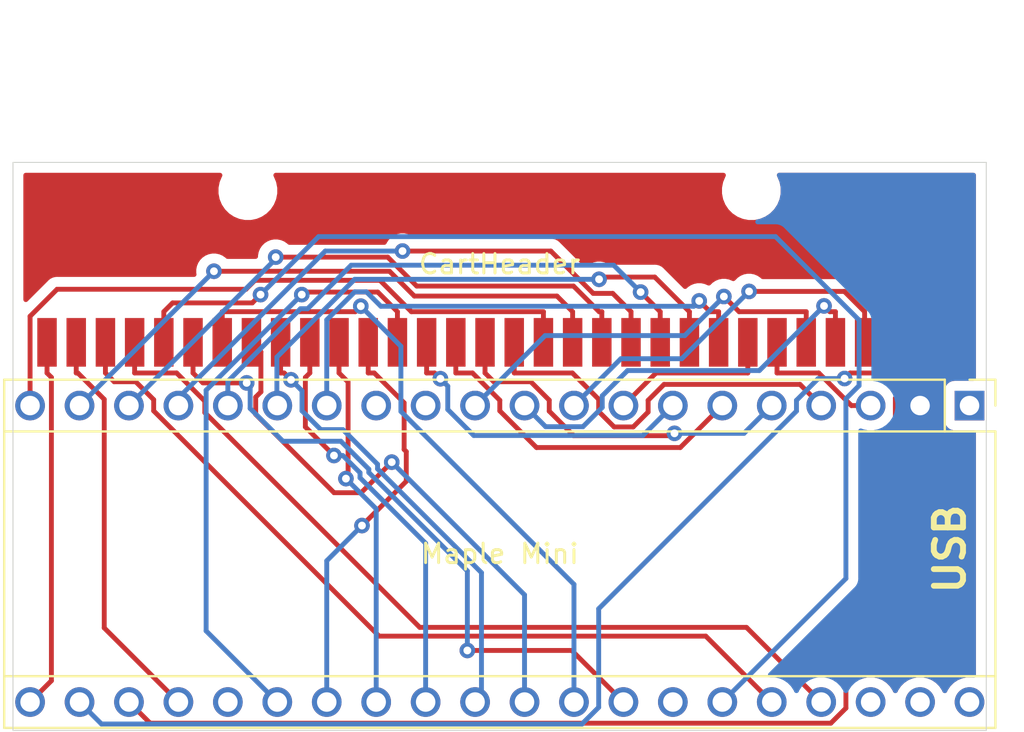
<source format=kicad_pcb>
(kicad_pcb (version 20171130) (host pcbnew "(5.1.2)-2")

  (general
    (thickness 1.6)
    (drawings 5)
    (tracks 272)
    (zones 0)
    (modules 2)
    (nets 41)
  )

  (page A4)
  (layers
    (0 F.Cu signal)
    (31 B.Cu signal)
    (32 B.Adhes user)
    (33 F.Adhes user)
    (34 B.Paste user)
    (35 F.Paste user)
    (36 B.SilkS user)
    (37 F.SilkS user)
    (38 B.Mask user)
    (39 F.Mask user)
    (40 Dwgs.User user)
    (41 Cmts.User user)
    (42 Eco1.User user)
    (43 Eco2.User user)
    (44 Edge.Cuts user)
    (45 Margin user)
    (46 B.CrtYd user)
    (47 F.CrtYd user)
    (48 B.Fab user)
    (49 F.Fab user)
  )

  (setup
    (last_trace_width 0.25)
    (trace_clearance 0.2)
    (zone_clearance 0.508)
    (zone_45_only no)
    (trace_min 0.2)
    (via_size 0.8)
    (via_drill 0.4)
    (via_min_size 0.4)
    (via_min_drill 0.3)
    (uvia_size 0.3)
    (uvia_drill 0.1)
    (uvias_allowed no)
    (uvia_min_size 0.2)
    (uvia_min_drill 0.1)
    (edge_width 0.05)
    (segment_width 0.2)
    (pcb_text_width 0.3)
    (pcb_text_size 1.5 1.5)
    (mod_edge_width 0.12)
    (mod_text_size 1 1)
    (mod_text_width 0.15)
    (pad_size 1.524 1.524)
    (pad_drill 0.762)
    (pad_to_mask_clearance 0.051)
    (solder_mask_min_width 0.25)
    (aux_axis_origin 0 0)
    (visible_elements 7FFFEFFF)
    (pcbplotparams
      (layerselection 0x010fc_ffffffff)
      (usegerberextensions false)
      (usegerberattributes false)
      (usegerberadvancedattributes false)
      (creategerberjobfile false)
      (excludeedgelayer true)
      (linewidth 0.100000)
      (plotframeref false)
      (viasonmask false)
      (mode 1)
      (useauxorigin false)
      (hpglpennumber 1)
      (hpglpenspeed 20)
      (hpglpendiameter 15.000000)
      (psnegative false)
      (psa4output false)
      (plotreference true)
      (plotvalue true)
      (plotinvisibletext false)
      (padsonsilk false)
      (subtractmaskfromsilk false)
      (outputformat 1)
      (mirror false)
      (drillshape 0)
      (scaleselection 1)
      (outputdirectory "Gerbers/"))
  )

  (net 0 "")
  (net 1 "Net-(A1-Pad1)")
  (net 2 GND)
  (net 3 D32-boot0)
  (net 4 M15)
  (net 5 M16)
  (net 6 M17)
  (net 7 M18)
  (net 8 M19)
  (net 9 M20)
  (net 10 M21)
  (net 11 M22)
  (net 12 "Net-(A1-Pad12)")
  (net 13 "Net-(A1-Pad13)")
  (net 14 M25)
  (net 15 M26)
  (net 16 M27)
  (net 17 M28)
  (net 18 M29)
  (net 19 M30)
  (net 20 M31)
  (net 21 VIN)
  (net 22 M0)
  (net 23 M1)
  (net 24 D2-boot1)
  (net 25 "Net-(A1-Pad25)")
  (net 26 M4)
  (net 27 M5)
  (net 28 M6)
  (net 29 M7)
  (net 30 M8)
  (net 31 M9)
  (net 32 M10)
  (net 33 M11)
  (net 34 "Net-(A1-Pad34)")
  (net 35 M12)
  (net 36 M13)
  (net 37 M14)
  (net 38 "Net-(A1-Pad38)")
  (net 39 "Net-(A1-Pad39)")
  (net 40 "Net-(A1-Pad40)")

  (net_class Default "This is the default net class."
    (clearance 0.2)
    (trace_width 0.25)
    (via_dia 0.8)
    (via_drill 0.4)
    (uvia_dia 0.3)
    (uvia_drill 0.1)
    (add_net D2-boot1)
    (add_net D32-boot0)
    (add_net GND)
    (add_net M0)
    (add_net M1)
    (add_net M10)
    (add_net M11)
    (add_net M12)
    (add_net M13)
    (add_net M14)
    (add_net M15)
    (add_net M16)
    (add_net M17)
    (add_net M18)
    (add_net M19)
    (add_net M20)
    (add_net M21)
    (add_net M22)
    (add_net M25)
    (add_net M26)
    (add_net M27)
    (add_net M28)
    (add_net M29)
    (add_net M30)
    (add_net M31)
    (add_net M4)
    (add_net M5)
    (add_net M6)
    (add_net M7)
    (add_net M8)
    (add_net M9)
    (add_net "Net-(A1-Pad1)")
    (add_net "Net-(A1-Pad12)")
    (add_net "Net-(A1-Pad13)")
    (add_net "Net-(A1-Pad25)")
    (add_net "Net-(A1-Pad34)")
    (add_net "Net-(A1-Pad38)")
    (add_net "Net-(A1-Pad39)")
    (add_net "Net-(A1-Pad40)")
    (add_net VIN)
  )

  (module Module:Maple_Mini (layer F.Cu) (tedit 5E4423F9) (tstamp 5E29C818)
    (at 190.017 78.888 270)
    (descr "Maple Mini, http://docs.leaflabs.com/static.leaflabs.com/pub/leaflabs/maple-docs/0.0.12/hardware/maple-mini.html")
    (tags "Maple Mini")
    (path /5E2FBB54)
    (fp_text reference "Maple Mini" (at 7.61798 24.13 180) (layer F.SilkS)
      (effects (font (size 1 1) (thickness 0.15)))
    )
    (fp_text value Maple_Mini (at 7.62 26.035 270) (layer F.Fab)
      (effects (font (size 1 1) (thickness 0.15)))
    )
    (fp_line (start 1.33 -1.33) (end 16.57 -1.33) (layer F.SilkS) (width 0.12))
    (fp_line (start 16.57 49.59) (end -1.33 49.59) (layer F.SilkS) (width 0.12))
    (fp_line (start 3.81 6.604) (end 3.81 -2.54) (layer F.Fab) (width 0.1))
    (fp_line (start 3.81 -2.54) (end 11.43 -2.54) (layer F.Fab) (width 0.1))
    (fp_line (start 11.43 -2.54) (end 11.43 6.604) (layer F.Fab) (width 0.1))
    (fp_line (start -0.635 -1.27) (end 16.51 -1.27) (layer F.Fab) (width 0.1))
    (fp_line (start 16.51 -1.27) (end 16.51 49.53) (layer F.Fab) (width 0.1))
    (fp_line (start 16.51 49.53) (end -1.27 49.53) (layer F.Fab) (width 0.1))
    (fp_line (start -1.27 49.53) (end -1.27 -0.635) (layer F.Fab) (width 0.1))
    (fp_line (start 16.57 -1.33) (end 16.57 49.59) (layer F.SilkS) (width 0.12))
    (fp_line (start -1.33 49.59) (end -1.33 1.27) (layer F.SilkS) (width 0.12))
    (fp_line (start 1.33 -1.33) (end 1.33 49.59) (layer F.SilkS) (width 0.12))
    (fp_line (start 13.91 49.59) (end 13.91 -1.33) (layer F.SilkS) (width 0.12))
    (fp_line (start -1.33 1.27) (end 1.33 1.27) (layer F.SilkS) (width 0.12))
    (fp_line (start -1.52 49.78) (end -1.52 -2.79) (layer F.CrtYd) (width 0.05))
    (fp_line (start -1.52 -2.79) (end 16.76 -2.79) (layer F.CrtYd) (width 0.05))
    (fp_line (start 16.76 -2.79) (end 16.76 49.78) (layer F.CrtYd) (width 0.05))
    (fp_line (start 16.76 49.78) (end -1.52 49.78) (layer F.CrtYd) (width 0.05))
    (fp_line (start 0 -1.33) (end -1.33 -1.33) (layer F.SilkS) (width 0.12))
    (fp_line (start -1.33 -1.33) (end -1.33 0) (layer F.SilkS) (width 0.12))
    (fp_line (start 1.27 -1.27) (end 1.27 49.53) (layer F.Fab) (width 0.1))
    (fp_line (start -1.27 -0.635) (end -0.635 -1.27) (layer F.Fab) (width 0.1))
    (fp_line (start 13.97 -1.27) (end 13.97 49.53) (layer F.Fab) (width 0.1))
    (fp_text user %R (at 7.62 24.13 270) (layer F.Fab)
      (effects (font (size 1 1) (thickness 0.15)))
    )
    (fp_line (start 3.81 6.604) (end 11.43 6.604) (layer F.Fab) (width 0.1))
    (pad 1 thru_hole rect (at 0 0 270) (size 1.524 1.524) (drill 1) (layers *.Cu *.Mask)
      (net 1 "Net-(A1-Pad1)"))
    (pad 2 thru_hole circle (at 0 2.54 270) (size 1.524 1.524) (drill 1) (layers *.Cu *.Mask)
      (net 2 GND))
    (pad 3 thru_hole circle (at 0 5.08 270) (size 1.524 1.524) (drill 1) (layers *.Cu *.Mask)
      (net 3 D32-boot0))
    (pad 4 thru_hole circle (at 0 7.62 270) (size 1.524 1.524) (drill 1) (layers *.Cu *.Mask)
      (net 4 M15))
    (pad 5 thru_hole circle (at 0 10.16 270) (size 1.524 1.524) (drill 1) (layers *.Cu *.Mask)
      (net 5 M16))
    (pad 6 thru_hole circle (at 0 12.7 270) (size 1.524 1.524) (drill 1) (layers *.Cu *.Mask)
      (net 6 M17))
    (pad 7 thru_hole circle (at 0 15.24 270) (size 1.524 1.524) (drill 1) (layers *.Cu *.Mask)
      (net 7 M18))
    (pad 8 thru_hole circle (at 0 17.78 270) (size 1.524 1.524) (drill 1) (layers *.Cu *.Mask)
      (net 8 M19))
    (pad 9 thru_hole circle (at 0 20.32 270) (size 1.524 1.524) (drill 1) (layers *.Cu *.Mask)
      (net 9 M20))
    (pad 10 thru_hole circle (at 0 22.86 270) (size 1.524 1.524) (drill 1) (layers *.Cu *.Mask)
      (net 10 M21))
    (pad 11 thru_hole circle (at 0 25.4 270) (size 1.524 1.524) (drill 1) (layers *.Cu *.Mask)
      (net 11 M22))
    (pad 12 thru_hole circle (at 0 27.94 270) (size 1.524 1.524) (drill 1) (layers *.Cu *.Mask)
      (net 12 "Net-(A1-Pad12)"))
    (pad 13 thru_hole circle (at 0 30.48 270) (size 1.524 1.524) (drill 1) (layers *.Cu *.Mask)
      (net 13 "Net-(A1-Pad13)"))
    (pad 14 thru_hole circle (at 0 33.02 270) (size 1.524 1.524) (drill 1) (layers *.Cu *.Mask)
      (net 14 M25))
    (pad 15 thru_hole circle (at 0 35.56 270) (size 1.524 1.524) (drill 1) (layers *.Cu *.Mask)
      (net 15 M26))
    (pad 16 thru_hole circle (at 0 38.1 270) (size 1.524 1.524) (drill 1) (layers *.Cu *.Mask)
      (net 16 M27))
    (pad 17 thru_hole circle (at 0 40.64 270) (size 1.524 1.524) (drill 1) (layers *.Cu *.Mask)
      (net 17 M28))
    (pad 18 thru_hole circle (at 0 43.18 270) (size 1.524 1.524) (drill 1) (layers *.Cu *.Mask)
      (net 18 M29))
    (pad 19 thru_hole circle (at 0 45.72 270) (size 1.524 1.524) (drill 1) (layers *.Cu *.Mask)
      (net 19 M30))
    (pad 20 thru_hole circle (at 0 48.26 270) (size 1.524 1.524) (drill 1) (layers *.Cu *.Mask)
      (net 20 M31))
    (pad 21 thru_hole circle (at 15.24 48.26 270) (size 1.524 1.524) (drill 1) (layers *.Cu *.Mask)
      (net 21 VIN))
    (pad 22 thru_hole circle (at 15.24 45.72 270) (size 1.524 1.524) (drill 1) (layers *.Cu *.Mask)
      (net 22 M0))
    (pad 23 thru_hole circle (at 15.24 43.18 270) (size 1.524 1.524) (drill 1) (layers *.Cu *.Mask)
      (net 23 M1))
    (pad 24 thru_hole circle (at 15.24 40.64 270) (size 1.524 1.524) (drill 1) (layers *.Cu *.Mask)
      (net 24 D2-boot1))
    (pad 25 thru_hole circle (at 15.24 38.1 270) (size 1.524 1.524) (drill 1) (layers *.Cu *.Mask)
      (net 25 "Net-(A1-Pad25)"))
    (pad 26 thru_hole circle (at 15.24 35.56 270) (size 1.524 1.524) (drill 1) (layers *.Cu *.Mask)
      (net 26 M4))
    (pad 27 thru_hole circle (at 15.24 33.02 270) (size 1.524 1.524) (drill 1) (layers *.Cu *.Mask)
      (net 27 M5))
    (pad 28 thru_hole circle (at 15.24 30.48 270) (size 1.524 1.524) (drill 1) (layers *.Cu *.Mask)
      (net 28 M6))
    (pad 29 thru_hole circle (at 15.24 27.94 270) (size 1.524 1.524) (drill 1) (layers *.Cu *.Mask)
      (net 29 M7))
    (pad 30 thru_hole circle (at 15.24 25.4 270) (size 1.524 1.524) (drill 1) (layers *.Cu *.Mask)
      (net 30 M8))
    (pad 31 thru_hole circle (at 15.24 22.86 270) (size 1.524 1.524) (drill 1) (layers *.Cu *.Mask)
      (net 31 M9))
    (pad 32 thru_hole circle (at 15.24 20.32 270) (size 1.524 1.524) (drill 1) (layers *.Cu *.Mask)
      (net 32 M10))
    (pad 33 thru_hole circle (at 15.24 17.78 270) (size 1.524 1.524) (drill 1) (layers *.Cu *.Mask)
      (net 33 M11))
    (pad 34 thru_hole circle (at 15.24 15.24 270) (size 1.524 1.524) (drill 1) (layers *.Cu *.Mask)
      (net 34 "Net-(A1-Pad34)"))
    (pad 35 thru_hole circle (at 15.24 12.7 270) (size 1.524 1.524) (drill 1) (layers *.Cu *.Mask)
      (net 35 M12))
    (pad 36 thru_hole circle (at 15.24 10.16 270) (size 1.524 1.524) (drill 1) (layers *.Cu *.Mask)
      (net 36 M13))
    (pad 37 thru_hole circle (at 15.24 7.62 270) (size 1.524 1.524) (drill 1) (layers *.Cu *.Mask)
      (net 37 M14))
    (pad 38 thru_hole circle (at 15.24 5.08 270) (size 1.524 1.524) (drill 1) (layers *.Cu *.Mask)
      (net 38 "Net-(A1-Pad38)"))
    (pad 39 thru_hole circle (at 15.24 2.54 270) (size 1.524 1.524) (drill 1) (layers *.Cu *.Mask)
      (net 39 "Net-(A1-Pad39)"))
    (pad 40 thru_hole circle (at 15.24 0 270) (size 1.524 1.524) (drill 1) (layers *.Cu *.Mask)
      (net 40 "Net-(A1-Pad40)"))
    (model ${KISYS3DMOD}/Module.3dshapes/Maple_Mini.wrl
      (at (xyz 0 0 0))
      (scale (xyz 1 1 1))
      (rotate (xyz 0 0 0))
    )
  )

  (module Custom:DSL_Cartridge_Reader_Micro (layer F.Cu) (tedit 5E2F1194) (tstamp 5E29C895)
    (at 165.878 69.8876)
    (descr "GBA DS Lite slots commonly found on aliexpress")
    (tags "gameboy cartridge slot")
    (path /5E0FEE35)
    (attr smd)
    (fp_text reference CartHeader (at 0 1.7272 180) (layer F.SilkS)
      (effects (font (size 1 1) (thickness 0.15)))
    )
    (fp_text value CartBus (at 0 -11) (layer F.Fab)
      (effects (font (size 1 1) (thickness 0.15)))
    )
    (fp_text user %R (at 0 -1) (layer F.Fab)
      (effects (font (size 2 2) (thickness 0.2)))
    )
    (pad "" np_thru_hole circle (at -12.93204 -2.04724) (size 2 2) (drill 2) (layers *.Cu *.Mask))
    (pad "" np_thru_hole circle (at 12.93204 -2.04724) (size 2 2) (drill 2) (layers *.Cu *.Mask))
    (pad 1 smd rect (at -23.25 5.75) (size 1 2.5) (layers F.Cu F.Paste F.Mask)
      (net 21 VIN))
    (pad 15 smd rect (at -2.25 5.75) (size 1 2.5) (layers F.Cu F.Paste F.Mask)
      (net 6 M17))
    (pad 2 smd rect (at -21.75 5.75) (size 1 2.5) (layers F.Cu F.Paste F.Mask)
      (net 24 D2-boot1))
    (pad 3 smd rect (at -20.25 5.75) (size 1 2.5) (layers F.Cu F.Paste F.Mask)
      (net 36 M13))
    (pad 4 smd rect (at -18.75 5.75) (size 1 2.5) (layers F.Cu F.Paste F.Mask)
      (net 37 M14))
    (pad 5 smd rect (at -17.25 5.75) (size 1 2.5) (layers F.Cu F.Paste F.Mask)
      (net 35 M12))
    (pad 6 smd rect (at -15.75 5.75) (size 1 2.5) (layers F.Cu F.Paste F.Mask)
      (net 33 M11))
    (pad 7 smd rect (at -14.25 5.75) (size 1 2.5) (layers F.Cu F.Paste F.Mask)
      (net 32 M10))
    (pad 8 smd rect (at -12.75 5.75) (size 1 2.5) (layers F.Cu F.Paste F.Mask)
      (net 31 M9))
    (pad 9 smd rect (at -11.25 5.75) (size 1 2.5) (layers F.Cu F.Paste F.Mask)
      (net 30 M8))
    (pad 10 smd rect (at -9.75 5.75) (size 1 2.5) (layers F.Cu F.Paste F.Mask)
      (net 29 M7))
    (pad 11 smd rect (at -8.25 5.75) (size 1 2.5) (layers F.Cu F.Paste F.Mask)
      (net 28 M6))
    (pad 12 smd rect (at -6.75 5.75) (size 1 2.5) (layers F.Cu F.Paste F.Mask)
      (net 27 M5))
    (pad 13 smd rect (at -5.25 5.75) (size 1 2.5) (layers F.Cu F.Paste F.Mask)
      (net 26 M4))
    (pad 14 smd rect (at -3.75 5.75) (size 1 2.5) (layers F.Cu F.Paste F.Mask)
      (net 7 M18))
    (pad 16 smd rect (at -0.75 5.75) (size 1 2.5) (layers F.Cu F.Paste F.Mask)
      (net 5 M16))
    (pad 17 smd rect (at 0.75 5.75) (size 1 2.5) (layers F.Cu F.Paste F.Mask)
      (net 4 M15))
    (pad 18 smd rect (at 2.25 5.75) (size 1 2.5) (layers F.Cu F.Paste F.Mask)
      (net 20 M31))
    (pad 19 smd rect (at 3.75 5.75) (size 1 2.5) (layers F.Cu F.Paste F.Mask)
      (net 19 M30))
    (pad 20 smd rect (at 5.25 5.75) (size 1 2.5) (layers F.Cu F.Paste F.Mask)
      (net 18 M29))
    (pad 21 smd rect (at 6.75 5.75) (size 1 2.5) (layers F.Cu F.Paste F.Mask)
      (net 17 M28))
    (pad 22 smd rect (at 8.25 5.75) (size 1 2.5) (layers F.Cu F.Paste F.Mask)
      (net 16 M27))
    (pad 23 smd rect (at 9.75 5.75) (size 1 2.5) (layers F.Cu F.Paste F.Mask)
      (net 15 M26))
    (pad 24 smd rect (at 11.25 5.75) (size 1 2.5) (layers F.Cu F.Paste F.Mask)
      (net 14 M25))
    (pad 25 smd rect (at 12.75 5.75) (size 1 2.5) (layers F.Cu F.Paste F.Mask)
      (net 8 M19))
    (pad 26 smd rect (at 14.25 5.75) (size 1 2.5) (layers F.Cu F.Paste F.Mask)
      (net 3 D32-boot0))
    (pad 27 smd rect (at 15.75 5.75) (size 1 2.5) (layers F.Cu F.Paste F.Mask)
      (net 11 M22))
    (pad 28 smd rect (at 17.25 5.75) (size 1 2.5) (layers F.Cu F.Paste F.Mask)
      (net 10 M21))
    (pad 29 smd rect (at 18.75 5.75) (size 1 2.5) (layers F.Cu F.Paste F.Mask)
      (net 9 M20))
    (pad 30 smd rect (at 20.25 5.75) (size 1 2.5) (layers F.Cu F.Paste F.Mask)
      (net 22 M0))
    (pad 31 smd rect (at 21.75 5.75) (size 1 2.5) (layers F.Cu F.Paste F.Mask)
      (net 23 M1))
    (pad 32 smd rect (at 23.25 5.75) (size 1 2.5) (layers F.Cu F.Paste F.Mask)
      (net 2 GND))
  )

  (gr_line (start 140.87846 66.3876) (end 140.87846 95.5876) (layer Edge.Cuts) (width 0.05) (tstamp 5E29CAD1))
  (gr_line (start 140.87846 66.3876) (end 190.87846 66.3876) (layer Edge.Cuts) (width 0.05) (tstamp 5E29CAD6))
  (gr_line (start 140.87846 95.5876) (end 190.87846 95.5876) (layer Edge.Cuts) (width 0.05) (tstamp 5E29CACE))
  (gr_text USB (at 189.00394 86.2584 90) (layer F.SilkS)
    (effects (font (size 1.5 1.5) (thickness 0.3)))
  )
  (gr_line (start 190.87846 66.3876) (end 190.87846 95.5876) (layer Edge.Cuts) (width 0.05))

  (segment (start 189.128 75.6376) (end 189.128 77.237) (width 0.25) (layer F.Cu) (net 2))
  (segment (start 189.128 77.237) (end 187.477 78.888) (width 0.25) (layer F.Cu) (net 2))
  (segment (start 183.9484 78.888) (end 184.937 78.888) (width 0.25) (layer F.Cu) (net 3))
  (segment (start 180.128 77.2129) (end 182.2733 77.2129) (width 0.25) (layer F.Cu) (net 3))
  (segment (start 180.128 75.6376) (end 180.128 77.2129) (width 0.25) (layer F.Cu) (net 3))
  (segment (start 182.2733 77.2129) (end 183.9484 78.888) (width 0.25) (layer F.Cu) (net 3))
  (segment (start 169.6151 77.2129) (end 170.967 78.5648) (width 0.25) (layer F.Cu) (net 4))
  (segment (start 173.507 79.2183) (end 173.507 78.6162) (width 0.25) (layer F.Cu) (net 4))
  (segment (start 173.507 78.6162) (end 174.3229 77.8003) (width 0.25) (layer F.Cu) (net 4))
  (segment (start 172.7389 79.9864) (end 173.507 79.2183) (width 0.25) (layer F.Cu) (net 4))
  (segment (start 174.3229 77.8003) (end 181.3093 77.8003) (width 0.25) (layer F.Cu) (net 4))
  (segment (start 181.3093 77.8003) (end 182.397 78.888) (width 0.25) (layer F.Cu) (net 4))
  (segment (start 166.628 77.2129) (end 169.6151 77.2129) (width 0.25) (layer F.Cu) (net 4))
  (segment (start 166.628 75.6376) (end 166.628 77.2129) (width 0.25) (layer F.Cu) (net 4))
  (segment (start 170.967 79.1931) (end 171.7603 79.9864) (width 0.25) (layer F.Cu) (net 4))
  (segment (start 171.7603 79.9864) (end 172.7389 79.9864) (width 0.25) (layer F.Cu) (net 4))
  (segment (start 170.967 78.5648) (end 170.967 79.1931) (width 0.25) (layer F.Cu) (net 4))
  (segment (start 168.427 79.1768) (end 169.687 80.4368) (width 0.25) (layer F.Cu) (net 5))
  (segment (start 179.857 78.888) (end 178.4297 80.3153) (width 0.25) (layer B.Cu) (net 5))
  (segment (start 165.128 77.2129) (end 165.5784 77.6633) (width 0.25) (layer F.Cu) (net 5))
  (segment (start 165.5784 77.6633) (end 167.4792 77.6633) (width 0.25) (layer F.Cu) (net 5))
  (segment (start 167.4792 77.6633) (end 168.427 78.6111) (width 0.25) (layer F.Cu) (net 5))
  (segment (start 165.128 75.6376) (end 165.128 77.2129) (width 0.25) (layer F.Cu) (net 5))
  (segment (start 168.427 78.6111) (end 168.427 79.1768) (width 0.25) (layer F.Cu) (net 5))
  (segment (start 178.4297 80.3153) (end 174.8607 80.3153) (width 0.25) (layer B.Cu) (net 5))
  (segment (start 169.687 80.4368) (end 174.7392 80.4368) (width 0.25) (layer F.Cu) (net 5))
  (segment (start 174.7392 80.4368) (end 174.8607 80.3153) (width 0.25) (layer F.Cu) (net 5))
  (via (at 174.8607 80.3153) (size 0.8) (layers F.Cu B.Cu) (net 5))
  (segment (start 177.317 78.888) (end 175.1597 81.0453) (width 0.25) (layer F.Cu) (net 6))
  (segment (start 175.1597 81.0453) (end 167.7725 81.0453) (width 0.25) (layer F.Cu) (net 6))
  (segment (start 167.7725 81.0453) (end 165.887 79.1598) (width 0.25) (layer F.Cu) (net 6))
  (segment (start 165.887 78.6151) (end 164.4848 77.2129) (width 0.25) (layer F.Cu) (net 6))
  (segment (start 164.4848 77.2129) (end 163.628 77.2129) (width 0.25) (layer F.Cu) (net 6))
  (segment (start 163.628 75.6376) (end 163.628 77.2129) (width 0.25) (layer F.Cu) (net 6))
  (segment (start 165.887 79.1598) (end 165.887 78.6151) (width 0.25) (layer F.Cu) (net 6))
  (via (at 162.8348 77.5081) (size 0.8) (layers F.Cu B.Cu) (net 7))
  (segment (start 162.128 77.2129) (end 162.5396 77.2129) (width 0.25) (layer F.Cu) (net 7))
  (segment (start 164.5498 80.4259) (end 163.2144 79.0905) (width 0.25) (layer B.Cu) (net 7))
  (segment (start 173.2391 80.4259) (end 164.5498 80.4259) (width 0.25) (layer B.Cu) (net 7))
  (segment (start 162.128 75.6376) (end 162.128 77.2129) (width 0.25) (layer F.Cu) (net 7))
  (segment (start 163.2144 77.8877) (end 162.8348 77.5081) (width 0.25) (layer B.Cu) (net 7))
  (segment (start 163.2144 79.0905) (end 163.2144 77.8877) (width 0.25) (layer B.Cu) (net 7))
  (segment (start 174.777 78.888) (end 173.2391 80.4259) (width 0.25) (layer B.Cu) (net 7))
  (segment (start 162.5396 77.2129) (end 162.8348 77.5081) (width 0.25) (layer F.Cu) (net 7))
  (segment (start 173.9121 77.2129) (end 172.237 78.888) (width 0.25) (layer F.Cu) (net 8))
  (segment (start 178.628 77.2129) (end 173.9121 77.2129) (width 0.25) (layer F.Cu) (net 8))
  (segment (start 178.628 75.6376) (end 178.628 77.2129) (width 0.25) (layer F.Cu) (net 8))
  (via (at 178.6923 73.0201) (size 0.8) (layers F.Cu B.Cu) (net 9))
  (segment (start 184.628 75.6376) (end 184.628 74.0623) (width 0.25) (layer F.Cu) (net 9))
  (segment (start 172.1053 76.4797) (end 175.2327 76.4797) (width 0.25) (layer B.Cu) (net 9))
  (segment (start 184.628 74.0623) (end 183.5858 73.0201) (width 0.25) (layer F.Cu) (net 9))
  (segment (start 169.697 78.888) (end 172.1053 76.4797) (width 0.25) (layer B.Cu) (net 9))
  (segment (start 183.5858 73.0201) (end 178.6923 73.0201) (width 0.25) (layer F.Cu) (net 9))
  (segment (start 175.2327 76.4797) (end 178.6923 73.0201) (width 0.25) (layer B.Cu) (net 9))
  (via (at 182.5433 73.7648) (size 0.8) (layers F.Cu B.Cu) (net 10))
  (segment (start 183.128 74.0623) (end 182.8408 74.0623) (width 0.25) (layer F.Cu) (net 10))
  (segment (start 172.4497 77.0868) (end 179.2213 77.0868) (width 0.25) (layer B.Cu) (net 10))
  (segment (start 171.1496 78.9827) (end 171.1496 78.3869) (width 0.25) (layer B.Cu) (net 10))
  (segment (start 179.2213 77.0868) (end 182.5433 73.7648) (width 0.25) (layer B.Cu) (net 10))
  (segment (start 171.1496 78.3869) (end 172.4497 77.0868) (width 0.25) (layer B.Cu) (net 10))
  (segment (start 168.2444 79.9754) (end 170.1569 79.9754) (width 0.25) (layer B.Cu) (net 10))
  (segment (start 170.1569 79.9754) (end 171.1496 78.9827) (width 0.25) (layer B.Cu) (net 10))
  (segment (start 183.128 75.6376) (end 183.128 74.0623) (width 0.25) (layer F.Cu) (net 10))
  (segment (start 167.157 78.888) (end 168.2444 79.9754) (width 0.25) (layer B.Cu) (net 10))
  (segment (start 182.8408 74.0623) (end 182.5433 73.7648) (width 0.25) (layer F.Cu) (net 10))
  (via (at 177.3977 73.2818) (size 0.8) (layers F.Cu B.Cu) (net 11))
  (segment (start 181.628 74.0623) (end 178.1782 74.0623) (width 0.25) (layer F.Cu) (net 11))
  (segment (start 181.628 75.6376) (end 181.628 74.0623) (width 0.25) (layer F.Cu) (net 11))
  (segment (start 168.2146 75.2904) (end 175.3891 75.2904) (width 0.25) (layer B.Cu) (net 11))
  (segment (start 175.3891 75.2904) (end 177.3977 73.2818) (width 0.25) (layer B.Cu) (net 11))
  (segment (start 164.617 78.888) (end 168.2146 75.2904) (width 0.25) (layer B.Cu) (net 11))
  (segment (start 178.1782 74.0623) (end 177.3977 73.2818) (width 0.25) (layer F.Cu) (net 11))
  (via (at 176.1306 73.5073) (size 0.8) (layers F.Cu B.Cu) (net 14))
  (segment (start 156.997 78.888) (end 156.997 74.4809) (width 0.25) (layer B.Cu) (net 14))
  (segment (start 159.7763 73.7826) (end 175.8553 73.7826) (width 0.25) (layer B.Cu) (net 14))
  (segment (start 156.997 74.4809) (end 158.4356 73.0423) (width 0.25) (layer B.Cu) (net 14))
  (segment (start 175.8553 73.7826) (end 176.1306 73.5073) (width 0.25) (layer B.Cu) (net 14))
  (segment (start 158.4356 73.0423) (end 159.036 73.0423) (width 0.25) (layer B.Cu) (net 14))
  (segment (start 176.6856 74.0623) (end 176.1306 73.5073) (width 0.25) (layer F.Cu) (net 14))
  (segment (start 177.128 75.6376) (end 177.128 74.0623) (width 0.25) (layer F.Cu) (net 14))
  (segment (start 159.036 73.0423) (end 159.7763 73.7826) (width 0.25) (layer B.Cu) (net 14))
  (segment (start 177.128 74.0623) (end 176.6856 74.0623) (width 0.25) (layer F.Cu) (net 14))
  (via (at 170.9863 72.3967) (size 0.8) (layers F.Cu B.Cu) (net 15))
  (segment (start 154.4358 76.3958) (end 154.4358 78.8668) (width 0.25) (layer B.Cu) (net 15))
  (segment (start 170.9863 72.3967) (end 158.4349 72.3967) (width 0.25) (layer B.Cu) (net 15))
  (segment (start 173.8479 72.2822) (end 171.1008 72.2822) (width 0.25) (layer F.Cu) (net 15))
  (segment (start 175.628 75.6376) (end 175.628 74.0623) (width 0.25) (layer F.Cu) (net 15))
  (segment (start 175.628 74.0623) (end 173.8479 72.2822) (width 0.25) (layer F.Cu) (net 15))
  (segment (start 171.1008 72.2822) (end 170.9863 72.3967) (width 0.25) (layer F.Cu) (net 15))
  (segment (start 158.4349 72.3967) (end 154.4358 76.3958) (width 0.25) (layer B.Cu) (net 15))
  (segment (start 154.4358 78.8668) (end 154.457 78.888) (width 0.25) (layer B.Cu) (net 15))
  (via (at 173.1208 73.0551) (size 0.8) (layers F.Cu B.Cu) (net 16))
  (segment (start 151.917 77.6411) (end 155.6482 73.9099) (width 0.25) (layer B.Cu) (net 16))
  (segment (start 151.917 78.888) (end 151.917 77.6411) (width 0.25) (layer B.Cu) (net 16))
  (segment (start 174.128 74.0623) (end 173.1208 73.0551) (width 0.25) (layer F.Cu) (net 16))
  (segment (start 174.128 75.6376) (end 174.128 74.0623) (width 0.25) (layer F.Cu) (net 16))
  (segment (start 158.2527 71.6714) (end 171.7371 71.6714) (width 0.25) (layer B.Cu) (net 16))
  (segment (start 171.7371 71.6714) (end 173.1208 73.0551) (width 0.25) (layer B.Cu) (net 16))
  (segment (start 155.6482 73.9099) (end 156.0142 73.9099) (width 0.25) (layer B.Cu) (net 16))
  (segment (start 156.0142 73.9099) (end 158.2527 71.6714) (width 0.25) (layer B.Cu) (net 16))
  (via (at 160.8896 70.9455) (size 0.8) (layers F.Cu B.Cu) (net 17))
  (segment (start 168.5094 70.9455) (end 170.6859 73.122) (width 0.25) (layer F.Cu) (net 17))
  (segment (start 149.377 78.888) (end 149.377 78.4899) (width 0.25) (layer B.Cu) (net 17))
  (segment (start 156.9214 70.9455) (end 160.8896 70.9455) (width 0.25) (layer B.Cu) (net 17))
  (segment (start 171.6877 73.122) (end 172.628 74.0623) (width 0.25) (layer F.Cu) (net 17))
  (segment (start 160.8896 70.9455) (end 168.5094 70.9455) (width 0.25) (layer F.Cu) (net 17))
  (segment (start 172.628 75.6376) (end 172.628 74.0623) (width 0.25) (layer F.Cu) (net 17))
  (segment (start 170.6859 73.122) (end 171.6877 73.122) (width 0.25) (layer F.Cu) (net 17))
  (segment (start 149.377 78.4899) (end 156.9214 70.9455) (width 0.25) (layer B.Cu) (net 17))
  (via (at 154.3754 71.2571) (size 0.8) (layers F.Cu B.Cu) (net 18))
  (segment (start 170.9893 74.0623) (end 171.128 74.0623) (width 0.25) (layer F.Cu) (net 18))
  (segment (start 160.1313 71.2571) (end 161.6192 72.745) (width 0.25) (layer F.Cu) (net 18))
  (segment (start 146.837 78.888) (end 154.3754 71.3496) (width 0.25) (layer B.Cu) (net 18))
  (segment (start 154.3754 71.3496) (end 154.3754 71.2571) (width 0.25) (layer B.Cu) (net 18))
  (segment (start 169.672 72.745) (end 170.9893 74.0623) (width 0.25) (layer F.Cu) (net 18))
  (segment (start 161.6192 72.745) (end 169.672 72.745) (width 0.25) (layer F.Cu) (net 18))
  (segment (start 154.3754 71.2571) (end 160.1313 71.2571) (width 0.25) (layer F.Cu) (net 18))
  (segment (start 171.128 75.6376) (end 171.128 74.0623) (width 0.25) (layer F.Cu) (net 18))
  (via (at 151.2024 71.9826) (size 0.8) (layers F.Cu B.Cu) (net 19))
  (segment (start 169.628 75.6376) (end 169.628 74.0623) (width 0.25) (layer F.Cu) (net 19))
  (segment (start 144.297 78.888) (end 151.2024 71.9826) (width 0.25) (layer B.Cu) (net 19))
  (segment (start 160.2199 71.9826) (end 151.2024 71.9826) (width 0.25) (layer F.Cu) (net 19))
  (segment (start 161.496 73.2587) (end 160.2199 71.9826) (width 0.25) (layer F.Cu) (net 19))
  (segment (start 168.8244 73.2587) (end 161.496 73.2587) (width 0.25) (layer F.Cu) (net 19))
  (segment (start 169.628 74.0623) (end 168.8244 73.2587) (width 0.25) (layer F.Cu) (net 19))
  (segment (start 143.1457 72.9076) (end 141.757 74.2963) (width 0.25) (layer F.Cu) (net 20))
  (segment (start 152.8483 72.9076) (end 143.1457 72.9076) (width 0.25) (layer F.Cu) (net 20))
  (segment (start 141.757 74.2963) (end 141.757 78.888) (width 0.25) (layer F.Cu) (net 20))
  (segment (start 168.128 75.6376) (end 168.128 74.0623) (width 0.25) (layer F.Cu) (net 20))
  (segment (start 161.3444 74.0623) (end 159.7308 72.4487) (width 0.25) (layer F.Cu) (net 20))
  (segment (start 168.128 74.0623) (end 161.3444 74.0623) (width 0.25) (layer F.Cu) (net 20))
  (segment (start 152.8483 72.9075) (end 152.8483 72.9076) (width 0.25) (layer F.Cu) (net 20))
  (segment (start 153.3071 72.4487) (end 152.8483 72.9075) (width 0.25) (layer F.Cu) (net 20))
  (segment (start 159.7308 72.4487) (end 153.3071 72.4487) (width 0.25) (layer F.Cu) (net 20))
  (segment (start 142.628 77.2129) (end 142.8524 77.4373) (width 0.25) (layer F.Cu) (net 21))
  (segment (start 142.8524 77.4373) (end 142.8524 93.0326) (width 0.25) (layer F.Cu) (net 21))
  (segment (start 142.8524 93.0326) (end 141.757 94.128) (width 0.25) (layer F.Cu) (net 21))
  (segment (start 142.628 75.6376) (end 142.628 77.2129) (width 0.25) (layer F.Cu) (net 21))
  (via (at 183.5982 77.4987) (size 0.8) (layers F.Cu B.Cu) (net 22))
  (segment (start 170.967 89.3329) (end 170.967 94.3997) (width 0.25) (layer B.Cu) (net 22))
  (segment (start 181.127 79.1729) (end 170.967 89.3329) (width 0.25) (layer B.Cu) (net 22))
  (segment (start 170.967 94.3997) (end 170.1095 95.2572) (width 0.25) (layer B.Cu) (net 22))
  (segment (start 183.884 77.2129) (end 183.5982 77.4987) (width 0.25) (layer F.Cu) (net 22))
  (segment (start 183.5982 77.4987) (end 182.246 77.4987) (width 0.25) (layer B.Cu) (net 22))
  (segment (start 182.246 77.4987) (end 181.127 78.6177) (width 0.25) (layer B.Cu) (net 22))
  (segment (start 170.1095 95.2572) (end 145.4262 95.2572) (width 0.25) (layer B.Cu) (net 22))
  (segment (start 186.128 75.6376) (end 186.128 77.2129) (width 0.25) (layer F.Cu) (net 22))
  (segment (start 145.4262 95.2572) (end 144.297 94.128) (width 0.25) (layer B.Cu) (net 22))
  (segment (start 181.127 78.6177) (end 181.127 79.1729) (width 0.25) (layer B.Cu) (net 22))
  (segment (start 186.128 77.2129) (end 183.884 77.2129) (width 0.25) (layer F.Cu) (net 22))
  (segment (start 147.9248 95.2158) (end 146.837 94.128) (width 0.25) (layer F.Cu) (net 23))
  (segment (start 183.667 94.4408) (end 182.892 95.2158) (width 0.25) (layer F.Cu) (net 23))
  (segment (start 186.207 87.1667) (end 183.667 89.7067) (width 0.25) (layer F.Cu) (net 23))
  (segment (start 187.499 77.2129) (end 186.207 78.5049) (width 0.25) (layer F.Cu) (net 23))
  (segment (start 187.628 77.2129) (end 187.499 77.2129) (width 0.25) (layer F.Cu) (net 23))
  (segment (start 182.892 95.2158) (end 147.9248 95.2158) (width 0.25) (layer F.Cu) (net 23))
  (segment (start 187.628 75.6376) (end 187.628 77.2129) (width 0.25) (layer F.Cu) (net 23))
  (segment (start 183.667 89.7067) (end 183.667 94.4408) (width 0.25) (layer F.Cu) (net 23))
  (segment (start 186.207 78.5049) (end 186.207 87.1667) (width 0.25) (layer F.Cu) (net 23))
  (segment (start 145.567 78.5678) (end 145.567 90.318) (width 0.25) (layer F.Cu) (net 24))
  (segment (start 144.128 77.2129) (end 144.2121 77.2129) (width 0.25) (layer F.Cu) (net 24))
  (segment (start 145.567 90.318) (end 149.377 94.128) (width 0.25) (layer F.Cu) (net 24))
  (segment (start 144.2121 77.2129) (end 145.567 78.5678) (width 0.25) (layer F.Cu) (net 24))
  (segment (start 144.128 75.6376) (end 144.128 77.2129) (width 0.25) (layer F.Cu) (net 24))
  (via (at 155.7137 73.1845) (size 0.8) (layers F.Cu B.Cu) (net 26))
  (segment (start 150.8007 90.4717) (end 150.8007 78.0975) (width 0.25) (layer B.Cu) (net 26))
  (segment (start 160.628 75.6376) (end 160.628 74.0623) (width 0.25) (layer F.Cu) (net 26))
  (segment (start 150.8007 78.0975) (end 155.7137 73.1845) (width 0.25) (layer B.Cu) (net 26))
  (segment (start 154.457 94.128) (end 150.8007 90.4717) (width 0.25) (layer B.Cu) (net 26))
  (segment (start 155.8447 73.0535) (end 159.6192 73.0535) (width 0.25) (layer F.Cu) (net 26))
  (segment (start 155.7137 73.1845) (end 155.8447 73.0535) (width 0.25) (layer F.Cu) (net 26))
  (segment (start 159.6192 73.0535) (end 160.628 74.0623) (width 0.25) (layer F.Cu) (net 26))
  (via (at 158.8073 85.0567) (size 0.8) (layers F.Cu B.Cu) (net 27))
  (segment (start 156.997 94.128) (end 156.997 86.867) (width 0.25) (layer B.Cu) (net 27))
  (segment (start 159.4375 77.2129) (end 159.128 77.2129) (width 0.25) (layer F.Cu) (net 27))
  (segment (start 160.9729 78.7483) (end 159.4375 77.2129) (width 0.25) (layer F.Cu) (net 27))
  (segment (start 160.9729 81.1455) (end 160.9729 78.7483) (width 0.25) (layer F.Cu) (net 27))
  (segment (start 161.0826 81.2552) (end 160.9729 81.1455) (width 0.25) (layer F.Cu) (net 27))
  (segment (start 161.0826 82.7814) (end 161.0826 81.2552) (width 0.25) (layer F.Cu) (net 27))
  (segment (start 158.8073 85.0567) (end 161.0826 82.7814) (width 0.25) (layer F.Cu) (net 27))
  (segment (start 159.128 75.6376) (end 159.128 77.2129) (width 0.25) (layer F.Cu) (net 27))
  (segment (start 156.997 86.867) (end 158.8073 85.0567) (width 0.25) (layer B.Cu) (net 27))
  (via (at 157.9824 82.6434) (size 0.8) (layers F.Cu B.Cu) (net 28))
  (segment (start 157.9824 82.6434) (end 159.537 84.198) (width 0.25) (layer B.Cu) (net 28))
  (segment (start 157.628 75.6376) (end 157.628 77.2129) (width 0.25) (layer F.Cu) (net 28))
  (segment (start 158.0935 82.5323) (end 157.9824 82.6434) (width 0.25) (layer F.Cu) (net 28))
  (segment (start 158.0935 77.6784) (end 158.0935 82.5323) (width 0.25) (layer F.Cu) (net 28))
  (segment (start 157.628 77.2129) (end 158.0935 77.6784) (width 0.25) (layer F.Cu) (net 28))
  (segment (start 159.537 84.198) (end 159.537 94.128) (width 0.25) (layer B.Cu) (net 28))
  (via (at 157.3681 81.4561) (size 0.8) (layers F.Cu B.Cu) (net 29))
  (segment (start 156.128 77.2129) (end 155.8988 77.4421) (width 0.25) (layer F.Cu) (net 29))
  (segment (start 157.8209 81.4561) (end 157.3681 81.4561) (width 0.25) (layer B.Cu) (net 29))
  (segment (start 162.077 85.97) (end 158.7077 82.6007) (width 0.25) (layer B.Cu) (net 29))
  (segment (start 156.128 75.6376) (end 156.128 77.2129) (width 0.25) (layer F.Cu) (net 29))
  (segment (start 162.077 94.128) (end 162.077 85.97) (width 0.25) (layer B.Cu) (net 29))
  (segment (start 155.8988 77.4421) (end 155.8988 79.9868) (width 0.25) (layer F.Cu) (net 29))
  (segment (start 158.7077 82.3429) (end 157.8209 81.4561) (width 0.25) (layer B.Cu) (net 29))
  (segment (start 158.7077 82.6007) (end 158.7077 82.3429) (width 0.25) (layer B.Cu) (net 29))
  (segment (start 155.8988 79.9868) (end 157.3681 81.4561) (width 0.25) (layer F.Cu) (net 29))
  (via (at 155.1612 77.5636) (size 0.8) (layers F.Cu B.Cu) (net 30))
  (segment (start 159.6083 82.1424) (end 159.6083 81.9061) (width 0.25) (layer B.Cu) (net 30))
  (segment (start 164.9451 87.4792) (end 159.6083 82.1424) (width 0.25) (layer B.Cu) (net 30))
  (segment (start 157.8277 80.1255) (end 156.6931 80.1255) (width 0.25) (layer B.Cu) (net 30))
  (segment (start 164.9451 93.7999) (end 164.9451 87.4792) (width 0.25) (layer B.Cu) (net 30))
  (segment (start 159.6083 81.9061) (end 157.8277 80.1255) (width 0.25) (layer B.Cu) (net 30))
  (segment (start 154.8105 77.2129) (end 155.1612 77.5636) (width 0.25) (layer F.Cu) (net 30))
  (segment (start 156.6931 80.1255) (end 155.727 79.1594) (width 0.25) (layer B.Cu) (net 30))
  (segment (start 154.628 77.2129) (end 154.8105 77.2129) (width 0.25) (layer F.Cu) (net 30))
  (segment (start 164.617 94.128) (end 164.9451 93.7999) (width 0.25) (layer B.Cu) (net 30))
  (segment (start 154.628 75.6376) (end 154.628 77.2129) (width 0.25) (layer F.Cu) (net 30))
  (segment (start 155.727 79.1594) (end 155.727 78.1294) (width 0.25) (layer B.Cu) (net 30))
  (segment (start 155.727 78.1294) (end 155.1612 77.5636) (width 0.25) (layer B.Cu) (net 30))
  (via (at 160.336 81.7964) (size 0.8) (layers F.Cu B.Cu) (net 31))
  (segment (start 157.3741 83.3687) (end 158.7637 83.3687) (width 0.25) (layer F.Cu) (net 31))
  (segment (start 153.3475 79.3421) (end 157.3741 83.3687) (width 0.25) (layer F.Cu) (net 31))
  (segment (start 167.157 88.6174) (end 160.336 81.7964) (width 0.25) (layer B.Cu) (net 31))
  (segment (start 167.157 94.128) (end 167.157 88.6174) (width 0.25) (layer B.Cu) (net 31))
  (segment (start 153.3475 78.4528) (end 153.3475 79.3421) (width 0.25) (layer F.Cu) (net 31))
  (segment (start 153.128 75.6376) (end 153.6151 76.1247) (width 0.25) (layer F.Cu) (net 31))
  (segment (start 158.7637 83.3687) (end 160.336 81.7964) (width 0.25) (layer F.Cu) (net 31))
  (segment (start 153.6151 78.1852) (end 153.3475 78.4528) (width 0.25) (layer F.Cu) (net 31))
  (segment (start 153.6151 76.1247) (end 153.6151 78.1852) (width 0.25) (layer F.Cu) (net 31))
  (via (at 158.7466 73.7788) (size 0.8) (layers F.Cu B.Cu) (net 32))
  (segment (start 151.628 75.6376) (end 151.628 74.0623) (width 0.25) (layer F.Cu) (net 32))
  (segment (start 151.628 74.0623) (end 158.4631 74.0623) (width 0.25) (layer F.Cu) (net 32))
  (segment (start 160.807 75.8392) (end 158.7466 73.7788) (width 0.25) (layer B.Cu) (net 32))
  (segment (start 160.807 79.1872) (end 160.807 75.8392) (width 0.25) (layer B.Cu) (net 32))
  (segment (start 169.697 94.128) (end 169.697 88.0772) (width 0.25) (layer B.Cu) (net 32))
  (segment (start 169.697 88.0772) (end 160.807 79.1872) (width 0.25) (layer B.Cu) (net 32))
  (segment (start 158.4631 74.0623) (end 158.7466 73.7788) (width 0.25) (layer F.Cu) (net 32))
  (via (at 152.8836 77.722) (size 0.8) (layers F.Cu B.Cu) (net 33))
  (via (at 164.2198 91.4769) (size 0.8) (layers F.Cu B.Cu) (net 33))
  (segment (start 169.5859 91.4769) (end 164.2198 91.4769) (width 0.25) (layer F.Cu) (net 33))
  (segment (start 172.237 94.128) (end 169.5859 91.4769) (width 0.25) (layer F.Cu) (net 33))
  (segment (start 150.128 77.2129) (end 150.6371 77.722) (width 0.25) (layer F.Cu) (net 33))
  (segment (start 153.0624 79.0361) (end 153.0624 77.9008) (width 0.25) (layer B.Cu) (net 33))
  (segment (start 154.7476 80.7213) (end 153.0624 79.0361) (width 0.25) (layer B.Cu) (net 33))
  (segment (start 159.158 82.1563) (end 157.723 80.7213) (width 0.25) (layer B.Cu) (net 33))
  (segment (start 159.158 82.329) (end 159.158 82.1563) (width 0.25) (layer B.Cu) (net 33))
  (segment (start 164.2198 87.3908) (end 159.158 82.329) (width 0.25) (layer B.Cu) (net 33))
  (segment (start 164.2198 91.4769) (end 164.2198 87.3908) (width 0.25) (layer B.Cu) (net 33))
  (segment (start 157.723 80.7213) (end 154.7476 80.7213) (width 0.25) (layer B.Cu) (net 33))
  (segment (start 150.6371 77.722) (end 152.8836 77.722) (width 0.25) (layer F.Cu) (net 33))
  (segment (start 153.0624 77.9008) (end 152.8836 77.722) (width 0.25) (layer B.Cu) (net 33))
  (segment (start 150.128 75.6376) (end 150.128 77.2129) (width 0.25) (layer F.Cu) (net 33))
  (via (at 153.5964 73.1851) (size 0.8) (layers F.Cu B.Cu) (net 35))
  (segment (start 153.1696 73.6119) (end 153.5964 73.1851) (width 0.25) (layer F.Cu) (net 35))
  (segment (start 148.628 74.0623) (end 149.0784 73.6119) (width 0.25) (layer F.Cu) (net 35))
  (segment (start 149.0784 73.6119) (end 153.1696 73.6119) (width 0.25) (layer F.Cu) (net 35))
  (segment (start 153.5964 73.1851) (end 156.5792 70.2023) (width 0.25) (layer B.Cu) (net 35))
  (segment (start 183.667 87.778) (end 177.317 94.128) (width 0.25) (layer B.Cu) (net 35))
  (segment (start 148.628 75.6376) (end 148.628 74.0623) (width 0.25) (layer F.Cu) (net 35))
  (segment (start 183.667 78.5379) (end 183.667 87.778) (width 0.25) (layer B.Cu) (net 35))
  (segment (start 184.3431 77.8618) (end 183.667 78.5379) (width 0.25) (layer B.Cu) (net 35))
  (segment (start 184.3431 74.4943) (end 184.3431 77.8618) (width 0.25) (layer B.Cu) (net 35))
  (segment (start 180.0511 70.2023) (end 184.3431 74.4943) (width 0.25) (layer B.Cu) (net 35))
  (segment (start 156.5792 70.2023) (end 180.0511 70.2023) (width 0.25) (layer B.Cu) (net 35))
  (segment (start 148.107 79.1602) (end 159.6875 90.7407) (width 0.25) (layer F.Cu) (net 36))
  (segment (start 145.628 77.2129) (end 146.0784 77.6633) (width 0.25) (layer F.Cu) (net 36))
  (segment (start 159.6875 90.7407) (end 176.4697 90.7407) (width 0.25) (layer F.Cu) (net 36))
  (segment (start 147.1852 77.6633) (end 148.107 78.5851) (width 0.25) (layer F.Cu) (net 36))
  (segment (start 145.628 75.6376) (end 145.628 77.2129) (width 0.25) (layer F.Cu) (net 36))
  (segment (start 176.4697 90.7407) (end 179.857 94.128) (width 0.25) (layer F.Cu) (net 36))
  (segment (start 148.107 78.5851) (end 148.107 79.1602) (width 0.25) (layer F.Cu) (net 36))
  (segment (start 146.0784 77.6633) (end 147.1852 77.6633) (width 0.25) (layer F.Cu) (net 36))
  (segment (start 150.7339 79.25) (end 150.7339 78.6602) (width 0.25) (layer F.Cu) (net 37))
  (segment (start 150.7339 78.6602) (end 149.2866 77.2129) (width 0.25) (layer F.Cu) (net 37))
  (segment (start 182.397 94.128) (end 178.5594 90.2904) (width 0.25) (layer F.Cu) (net 37))
  (segment (start 178.5594 90.2904) (end 161.7743 90.2904) (width 0.25) (layer F.Cu) (net 37))
  (segment (start 161.7743 90.2904) (end 150.7339 79.25) (width 0.25) (layer F.Cu) (net 37))
  (segment (start 147.128 75.6376) (end 147.128 77.2129) (width 0.25) (layer F.Cu) (net 37))
  (segment (start 149.2866 77.2129) (end 147.128 77.2129) (width 0.25) (layer F.Cu) (net 37))

  (zone (net 2) (net_name GND) (layer F.Cu) (tstamp 5E4488D9) (hatch edge 0.508)
    (connect_pads yes (clearance 0.508))
    (min_thickness 0.254)
    (fill yes (arc_segments 32) (thermal_gap 0.508) (thermal_bridge_width 0.508))
    (polygon
      (pts
        (xy 140.87602 66.39306) (xy 140.87602 95.44304) (xy 190.881 95.44304) (xy 190.881 66.38544)
      )
    )
    (filled_polygon
      (pts
        (xy 151.497042 67.065897) (xy 151.373792 67.363448) (xy 151.31096 67.679327) (xy 151.31096 68.001393) (xy 151.373792 68.317272)
        (xy 151.497042 68.614823) (xy 151.675973 68.882612) (xy 151.903708 69.110347) (xy 152.171497 69.289278) (xy 152.469048 69.412528)
        (xy 152.784927 69.47536) (xy 153.106993 69.47536) (xy 153.422872 69.412528) (xy 153.720423 69.289278) (xy 153.988212 69.110347)
        (xy 154.215947 68.882612) (xy 154.394878 68.614823) (xy 154.518128 68.317272) (xy 154.58096 68.001393) (xy 154.58096 67.679327)
        (xy 154.518128 67.363448) (xy 154.394878 67.065897) (xy 154.382652 67.0476) (xy 177.373348 67.0476) (xy 177.361122 67.065897)
        (xy 177.237872 67.363448) (xy 177.17504 67.679327) (xy 177.17504 68.001393) (xy 177.237872 68.317272) (xy 177.361122 68.614823)
        (xy 177.540053 68.882612) (xy 177.767788 69.110347) (xy 178.035577 69.289278) (xy 178.333128 69.412528) (xy 178.649007 69.47536)
        (xy 178.971073 69.47536) (xy 179.286952 69.412528) (xy 179.584503 69.289278) (xy 179.852292 69.110347) (xy 180.080027 68.882612)
        (xy 180.258958 68.614823) (xy 180.382208 68.317272) (xy 180.44504 68.001393) (xy 180.44504 67.679327) (xy 180.382208 67.363448)
        (xy 180.258958 67.065897) (xy 180.246732 67.0476) (xy 190.21846 67.0476) (xy 190.21846 77.487928) (xy 189.255 77.487928)
        (xy 189.130518 77.500188) (xy 189.01082 77.536498) (xy 188.900506 77.595463) (xy 188.803815 77.674815) (xy 188.724463 77.771506)
        (xy 188.665498 77.88182) (xy 188.629188 78.001518) (xy 188.616928 78.126) (xy 188.616928 79.65) (xy 188.629188 79.774482)
        (xy 188.665498 79.89418) (xy 188.724463 80.004494) (xy 188.803815 80.101185) (xy 188.900506 80.180537) (xy 189.01082 80.239502)
        (xy 189.130518 80.275812) (xy 189.255 80.288072) (xy 190.21846 80.288072) (xy 190.218461 92.743704) (xy 190.154592 92.731)
        (xy 189.879408 92.731) (xy 189.60951 92.784686) (xy 189.355273 92.889995) (xy 189.126465 93.04288) (xy 188.93188 93.237465)
        (xy 188.778995 93.466273) (xy 188.747 93.543515) (xy 188.715005 93.466273) (xy 188.56212 93.237465) (xy 188.367535 93.04288)
        (xy 188.138727 92.889995) (xy 187.88449 92.784686) (xy 187.614592 92.731) (xy 187.339408 92.731) (xy 187.06951 92.784686)
        (xy 186.815273 92.889995) (xy 186.586465 93.04288) (xy 186.39188 93.237465) (xy 186.238995 93.466273) (xy 186.207 93.543515)
        (xy 186.175005 93.466273) (xy 186.02212 93.237465) (xy 185.827535 93.04288) (xy 185.598727 92.889995) (xy 185.34449 92.784686)
        (xy 185.074592 92.731) (xy 184.799408 92.731) (xy 184.52951 92.784686) (xy 184.427 92.827147) (xy 184.427 90.021501)
        (xy 186.718008 87.730495) (xy 186.747001 87.706701) (xy 186.770795 87.677708) (xy 186.770799 87.677704) (xy 186.841973 87.590977)
        (xy 186.841974 87.590976) (xy 186.912546 87.458947) (xy 186.956003 87.315686) (xy 186.967 87.204033) (xy 186.967 87.204024)
        (xy 186.970676 87.166701) (xy 186.967 87.129378) (xy 186.967 78.819701) (xy 187.845618 77.941084) (xy 187.920247 77.918446)
        (xy 188.052276 77.847874) (xy 188.168001 77.752901) (xy 188.262974 77.637176) (xy 188.333546 77.505147) (xy 188.339 77.487167)
        (xy 188.37218 77.477102) (xy 188.482494 77.418137) (xy 188.579185 77.338785) (xy 188.658537 77.242094) (xy 188.717502 77.13178)
        (xy 188.753812 77.012082) (xy 188.766072 76.8876) (xy 188.766072 74.3876) (xy 188.753812 74.263118) (xy 188.717502 74.14342)
        (xy 188.658537 74.033106) (xy 188.579185 73.936415) (xy 188.482494 73.857063) (xy 188.37218 73.798098) (xy 188.252482 73.761788)
        (xy 188.128 73.749528) (xy 187.128 73.749528) (xy 187.003518 73.761788) (xy 186.88382 73.798098) (xy 186.878 73.801209)
        (xy 186.87218 73.798098) (xy 186.752482 73.761788) (xy 186.628 73.749528) (xy 185.628 73.749528) (xy 185.503518 73.761788)
        (xy 185.38382 73.798098) (xy 185.378 73.801209) (xy 185.37218 73.798098) (xy 185.339 73.788033) (xy 185.333546 73.770053)
        (xy 185.262974 73.638024) (xy 185.210469 73.574046) (xy 185.191799 73.551296) (xy 185.191795 73.551292) (xy 185.168001 73.522299)
        (xy 185.139008 73.498505) (xy 184.149603 72.509102) (xy 184.125801 72.480099) (xy 184.010076 72.385126) (xy 183.878047 72.314554)
        (xy 183.734786 72.271097) (xy 183.623133 72.2601) (xy 183.623122 72.2601) (xy 183.5858 72.256424) (xy 183.548478 72.2601)
        (xy 179.396011 72.2601) (xy 179.352074 72.216163) (xy 179.182556 72.102895) (xy 178.994198 72.024874) (xy 178.794239 71.9851)
        (xy 178.590361 71.9851) (xy 178.390402 72.024874) (xy 178.202044 72.102895) (xy 178.032526 72.216163) (xy 177.888363 72.360326)
        (xy 177.886041 72.363802) (xy 177.699598 72.286574) (xy 177.499639 72.2468) (xy 177.295761 72.2468) (xy 177.095802 72.286574)
        (xy 176.907444 72.364595) (xy 176.737926 72.477863) (xy 176.623756 72.592033) (xy 176.620856 72.590095) (xy 176.432498 72.512074)
        (xy 176.232539 72.4723) (xy 176.028661 72.4723) (xy 175.828702 72.512074) (xy 175.640344 72.590095) (xy 175.470826 72.703363)
        (xy 175.407345 72.766844) (xy 174.411704 71.771203) (xy 174.387901 71.742199) (xy 174.272176 71.647226) (xy 174.140147 71.576654)
        (xy 173.996886 71.533197) (xy 173.885233 71.5222) (xy 173.885222 71.5222) (xy 173.8479 71.518524) (xy 173.810578 71.5222)
        (xy 171.540469 71.5222) (xy 171.476556 71.479495) (xy 171.288198 71.401474) (xy 171.088239 71.3617) (xy 170.884361 71.3617)
        (xy 170.684402 71.401474) (xy 170.496044 71.479495) (xy 170.326526 71.592763) (xy 170.278995 71.640294) (xy 169.073204 70.434503)
        (xy 169.049401 70.405499) (xy 168.933676 70.310526) (xy 168.801647 70.239954) (xy 168.658386 70.196497) (xy 168.546733 70.1855)
        (xy 168.546722 70.1855) (xy 168.5094 70.181824) (xy 168.472078 70.1855) (xy 161.593311 70.1855) (xy 161.549374 70.141563)
        (xy 161.379856 70.028295) (xy 161.191498 69.950274) (xy 160.991539 69.9105) (xy 160.787661 69.9105) (xy 160.587702 69.950274)
        (xy 160.399344 70.028295) (xy 160.229826 70.141563) (xy 160.085663 70.285726) (xy 159.972395 70.455244) (xy 159.955058 70.4971)
        (xy 155.079111 70.4971) (xy 155.035174 70.453163) (xy 154.865656 70.339895) (xy 154.677298 70.261874) (xy 154.477339 70.2221)
        (xy 154.273461 70.2221) (xy 154.073502 70.261874) (xy 153.885144 70.339895) (xy 153.715626 70.453163) (xy 153.571463 70.597326)
        (xy 153.458195 70.766844) (xy 153.380174 70.955202) (xy 153.3404 71.155161) (xy 153.3404 71.2226) (xy 151.906111 71.2226)
        (xy 151.862174 71.178663) (xy 151.692656 71.065395) (xy 151.504298 70.987374) (xy 151.304339 70.9476) (xy 151.100461 70.9476)
        (xy 150.900502 70.987374) (xy 150.712144 71.065395) (xy 150.542626 71.178663) (xy 150.398463 71.322826) (xy 150.285195 71.492344)
        (xy 150.207174 71.680702) (xy 150.1674 71.880661) (xy 150.1674 72.084539) (xy 150.179944 72.1476) (xy 143.183022 72.1476)
        (xy 143.145699 72.143924) (xy 143.108376 72.1476) (xy 143.108367 72.1476) (xy 142.996714 72.158597) (xy 142.853453 72.202054)
        (xy 142.721424 72.272626) (xy 142.721422 72.272627) (xy 142.721423 72.272627) (xy 142.634696 72.343801) (xy 142.634692 72.343805)
        (xy 142.605699 72.367599) (xy 142.581905 72.396592) (xy 141.53846 73.440039) (xy 141.53846 67.0476) (xy 151.509268 67.0476)
      )
    )
  )
  (zone (net 2) (net_name GND) (layer B.Cu) (tstamp 5E4488D6) (hatch edge 0.508)
    (connect_pads yes (clearance 0.508))
    (min_thickness 0.254)
    (fill yes (arc_segments 32) (thermal_gap 0.508) (thermal_bridge_width 0.508))
    (polygon
      (pts
        (xy 140.87602 66.39306) (xy 140.87602 95.44304) (xy 190.881 95.44304) (xy 190.881 66.38544)
      )
    )
    (filled_polygon
      (pts
        (xy 190.21846 77.487928) (xy 189.255 77.487928) (xy 189.130518 77.500188) (xy 189.01082 77.536498) (xy 188.900506 77.595463)
        (xy 188.803815 77.674815) (xy 188.724463 77.771506) (xy 188.665498 77.88182) (xy 188.629188 78.001518) (xy 188.616928 78.126)
        (xy 188.616928 79.65) (xy 188.629188 79.774482) (xy 188.665498 79.89418) (xy 188.724463 80.004494) (xy 188.803815 80.101185)
        (xy 188.900506 80.180537) (xy 189.01082 80.239502) (xy 189.130518 80.275812) (xy 189.255 80.288072) (xy 190.21846 80.288072)
        (xy 190.218461 92.743704) (xy 190.154592 92.731) (xy 189.879408 92.731) (xy 189.60951 92.784686) (xy 189.355273 92.889995)
        (xy 189.126465 93.04288) (xy 188.93188 93.237465) (xy 188.778995 93.466273) (xy 188.747 93.543515) (xy 188.715005 93.466273)
        (xy 188.56212 93.237465) (xy 188.367535 93.04288) (xy 188.138727 92.889995) (xy 187.88449 92.784686) (xy 187.614592 92.731)
        (xy 187.339408 92.731) (xy 187.06951 92.784686) (xy 186.815273 92.889995) (xy 186.586465 93.04288) (xy 186.39188 93.237465)
        (xy 186.238995 93.466273) (xy 186.207 93.543515) (xy 186.175005 93.466273) (xy 186.02212 93.237465) (xy 185.827535 93.04288)
        (xy 185.598727 92.889995) (xy 185.34449 92.784686) (xy 185.074592 92.731) (xy 184.799408 92.731) (xy 184.52951 92.784686)
        (xy 184.275273 92.889995) (xy 184.046465 93.04288) (xy 183.85188 93.237465) (xy 183.698995 93.466273) (xy 183.667 93.543515)
        (xy 183.635005 93.466273) (xy 183.48212 93.237465) (xy 183.287535 93.04288) (xy 183.058727 92.889995) (xy 182.80449 92.784686)
        (xy 182.534592 92.731) (xy 182.259408 92.731) (xy 181.98951 92.784686) (xy 181.735273 92.889995) (xy 181.506465 93.04288)
        (xy 181.31188 93.237465) (xy 181.158995 93.466273) (xy 181.127 93.543515) (xy 181.095005 93.466273) (xy 180.94212 93.237465)
        (xy 180.747535 93.04288) (xy 180.518727 92.889995) (xy 180.26449 92.784686) (xy 179.994592 92.731) (xy 179.788801 92.731)
        (xy 184.178003 88.341799) (xy 184.207001 88.318001) (xy 184.233332 88.285917) (xy 184.301974 88.202277) (xy 184.372546 88.070247)
        (xy 184.380811 88.042999) (xy 184.416003 87.926986) (xy 184.427 87.815333) (xy 184.427 87.815324) (xy 184.430676 87.778001)
        (xy 184.427 87.740678) (xy 184.427 80.188853) (xy 184.52951 80.231314) (xy 184.799408 80.285) (xy 185.074592 80.285)
        (xy 185.34449 80.231314) (xy 185.598727 80.126005) (xy 185.827535 79.97312) (xy 186.02212 79.778535) (xy 186.175005 79.549727)
        (xy 186.280314 79.29549) (xy 186.334 79.025592) (xy 186.334 78.750408) (xy 186.280314 78.48051) (xy 186.175005 78.226273)
        (xy 186.02212 77.997465) (xy 185.827535 77.80288) (xy 185.598727 77.649995) (xy 185.34449 77.544686) (xy 185.1031 77.496671)
        (xy 185.1031 74.531633) (xy 185.106777 74.4943) (xy 185.092103 74.345314) (xy 185.048646 74.202053) (xy 184.978074 74.070024)
        (xy 184.906899 73.983297) (xy 184.883101 73.954299) (xy 184.854104 73.930502) (xy 180.614904 69.691303) (xy 180.591101 69.662299)
        (xy 180.475376 69.567326) (xy 180.343347 69.496754) (xy 180.200086 69.453297) (xy 180.088433 69.4423) (xy 180.088422 69.4423)
        (xy 180.0511 69.438624) (xy 180.013778 69.4423) (xy 179.137277 69.4423) (xy 179.286952 69.412528) (xy 179.584503 69.289278)
        (xy 179.852292 69.110347) (xy 180.080027 68.882612) (xy 180.258958 68.614823) (xy 180.382208 68.317272) (xy 180.44504 68.001393)
        (xy 180.44504 67.679327) (xy 180.382208 67.363448) (xy 180.258958 67.065897) (xy 180.246732 67.0476) (xy 190.21846 67.0476)
      )
    )
  )
)

</source>
